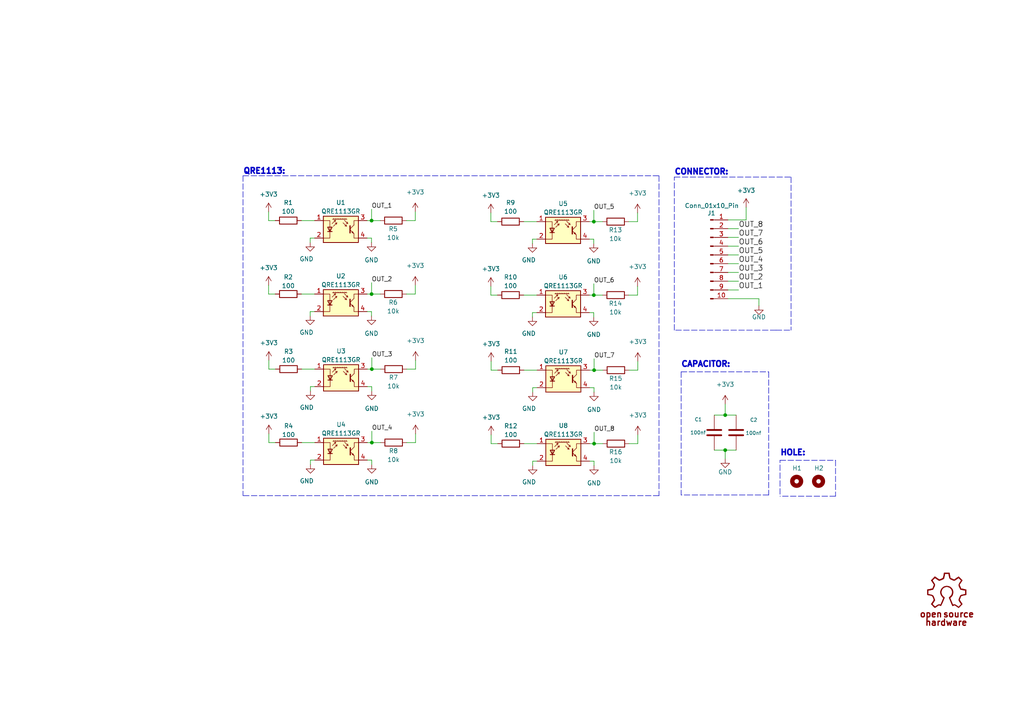
<source format=kicad_sch>
(kicad_sch (version 20230121) (generator eeschema)
  (paper "A4")
  (title_block (title "Line Sensors - QRE1113 x8") (date "2023-08-27") (rev "2.0") (comment 1 "Autor: Mauricio Falcon"))
  (lib_symbols
    (symbol "Connector:Conn_01x10_Pin" (pin_names (offset 1.016) hide)
      (property "Reference" "J" (at 0 12.7 0))
      (property "Value" "Conn_01x10_Pin" (at 0 -15.24 0))
      (symbol "Conn_01x10_Pin_1_1"
        (polyline (pts (xy 1.27 -12.7) (xy 0.8636 -12.7)) (stroke (width 0.1524)))
        (polyline (pts (xy 1.27 -10.16) (xy 0.8636 -10.16)) (stroke (width 0.1524)))
        (polyline (pts (xy 1.27 -7.62) (xy 0.8636 -7.62)) (stroke (width 0.1524)))
        (polyline (pts (xy 1.27 -5.08) (xy 0.8636 -5.08)) (stroke (width 0.1524)))
        (polyline (pts (xy 1.27 -2.54) (xy 0.8636 -2.54)) (stroke (width 0.1524)))
        (polyline (pts (xy 1.27 0) (xy 0.8636 0)) (stroke (width 0.1524)))
        (polyline (pts (xy 1.27 2.54) (xy 0.8636 2.54)) (stroke (width 0.1524)))
        (polyline (pts (xy 1.27 5.08) (xy 0.8636 5.08)) (stroke (width 0.1524)))
        (polyline (pts (xy 1.27 7.62) (xy 0.8636 7.62)) (stroke (width 0.1524)))
        (polyline (pts (xy 1.27 10.16) (xy 0.8636 10.16)) (stroke (width 0.1524)))
        (rectangle (start 0.8636 -12.573) (end 0 -12.827) (stroke (width 0.1524)) (fill (type outline)))
        (rectangle (start 0.8636 -10.033) (end 0 -10.287) (stroke (width 0.1524)) (fill (type outline)))
        (rectangle (start 0.8636 -7.493) (end 0 -7.747) (stroke (width 0.1524)) (fill (type outline)))
        (rectangle (start 0.8636 -4.953) (end 0 -5.207) (stroke (width 0.1524)) (fill (type outline)))
        (rectangle (start 0.8636 -2.413) (end 0 -2.667) (stroke (width 0.1524)) (fill (type outline)))
        (rectangle (start 0.8636 0.127) (end 0 -0.127) (stroke (width 0.1524)) (fill (type outline)))
        (rectangle (start 0.8636 2.667) (end 0 2.413) (stroke (width 0.1524)) (fill (type outline)))
        (rectangle (start 0.8636 5.207) (end 0 4.953) (stroke (width 0.1524)) (fill (type outline)))
        (rectangle (start 0.8636 7.747) (end 0 7.493) (stroke (width 0.1524)) (fill (type outline)))
        (rectangle (start 0.8636 10.287) (end 0 10.033) (stroke (width 0.1524)) (fill (type outline)))
        (pin passive line (at 5.08 10.16 180) (length 3.81) (name "Pin_1") (number "1"))
        (pin passive line (at 5.08 -12.7 180) (length 3.81) (name "Pin_10") (number "10"))
        (pin passive line (at 5.08 7.62 180) (length 3.81) (name "Pin_2") (number "2"))
        (pin passive line (at 5.08 5.08 180) (length 3.81) (name "Pin_3") (number "3"))
        (pin passive line (at 5.08 2.54 180) (length 3.81) (name "Pin_4") (number "4"))
        (pin passive line (at 5.08 0 180) (length 3.81) (name "Pin_5") (number "5"))
        (pin passive line (at 5.08 -2.54 180) (length 3.81) (name "Pin_6") (number "6"))
        (pin passive line (at 5.08 -5.08 180) (length 3.81) (name "Pin_7") (number "7"))
        (pin passive line (at 5.08 -7.62 180) (length 3.81) (name "Pin_8") (number "8"))
        (pin passive line (at 5.08 -10.16 180) (length 3.81) (name "Pin_9") (number "9"))
      )
    )
    (symbol "Device:R" (pin_numbers hide) (pin_names (offset 0))
      (property "Reference" "R" (at 2.032 0 90))
      (property "Value" "R" (at 0 0 90))
      (symbol "R_0_1"
        (rectangle (start -1.016 -2.54) (end 1.016 2.54) (stroke (width 0.254)))
      )
      (symbol "R_1_1"
        (pin passive line (at 0 3.81 270) (length 1.27) (name "~") (number "1"))
        (pin passive line (at 0 -3.81 90) (length 1.27) (name "~") (number "2"))
      )
    )
    (symbol "EESTN5-v2:OSHWA" (pin_names (offset 1.016))
      (symbol "OSHWA_0_0"
        (polyline (pts (xy 5.7912 2.667) (xy 5.5372 2.7178) (xy 5.4864 2.7432) (xy 5.4864 1.8796) (xy 5.4864 1.8288) (xy 5.4864 1.6002) (xy 5.4864 1.4732) (xy 5.4102 1.3716) (xy 5.2832 1.3208) (xy 5.0038 1.27) (xy 4.6228 1.1938) (xy 4.572 1.1684) (xy 4.318 1.1176) (xy 4.1656 1.0414) (xy 4.0386 0.889) (xy 3.937 0.6604) (xy 3.8354 0.4064) (xy 3.683 0.0762) (xy 3.6068 -0.1778) (xy 3.5814 -0.3556) (xy 3.6322 -0.5334) (xy 3.7592 -0.7366) (xy 3.9116 -0.9906) (xy 4.318 -1.5494) (xy 3.937 -1.9304) (xy 3.5814 -2.3114) (xy 3.048 -1.9558) (xy 2.794 -1.778) (xy 2.5654 -1.651) (xy 2.3876 -1.6256) (xy 2.2098 -1.6256) (xy 1.905 -1.6764) (xy 1.4986 -0.7112) (xy 1.1176 0.2286) (xy 1.397 0.508) (xy 1.5748 0.6604) (xy 1.8034 1.016) (xy 1.9304 1.397) (xy 1.9812 1.8542) (xy 1.9812 1.9304) (xy 1.9558 2.2606) (xy 1.905 2.54) (xy 1.7526 2.8194) (xy 1.4732 3.175) (xy 1.0668 3.5052) (xy 0.5842 3.683) (xy 0.1016 3.7338) (xy -0.4064 3.6576) (xy -0.889 3.429) (xy -1.2954 3.048) (xy -1.3462 2.9972) (xy -1.6256 2.5146) (xy -1.7526 2.0066) (xy -1.7018 1.4986) (xy -1.4986 0.9906) (xy -1.143 0.508) (xy -0.8636 0.2032) (xy -1.2446 -0.7366) (xy -1.651 -1.6764) (xy -1.9558 -1.6256) (xy -2.1082 -1.6256) (xy -2.286 -1.651) (xy -2.4892 -1.7526) (xy -2.7686 -1.9304) (xy -3.2766 -2.2606) (xy -3.6576 -1.905) (xy -4.0132 -1.524) (xy -3.6322 -0.9652) (xy -3.2766 -0.4064) (xy -3.429 0.0254) (xy -3.4544 0.1016) (xy -3.6068 0.508) (xy -3.7338 0.7874) (xy -3.8862 0.9906) (xy -4.0894 1.0922) (xy -4.3688 1.1938) (xy -4.7752 1.27) (xy -5.2578 1.3716) (xy -5.2324 1.905) (xy -5.207 2.413) (xy -4.5212 2.54) (xy -3.8608 2.667) (xy -3.5814 3.2512) (xy -3.556 3.302) (xy -3.4036 3.6068) (xy -3.3274 3.8862) (xy -3.2766 4.0386) (xy -3.3274 4.2164) (xy -3.4544 4.445) (xy -3.6322 4.7244) (xy -3.6576 4.7498) (xy -3.81 5.0292) (xy -3.937 5.207) (xy -3.9878 5.3086) (xy -3.9878 5.334) (xy -3.8862 5.461) (xy -3.7338 5.6388) (xy -3.5306 5.8166) (xy -3.3782 5.969) (xy -3.2766 6.0198) (xy -3.1496 5.9436) (xy -2.9464 5.8166) (xy -2.6924 5.6388) (xy -2.6162 5.588) (xy -2.3622 5.4102) (xy -2.159 5.3086) (xy -2.032 5.2578) (xy -1.8796 5.3086) (xy -1.6256 5.3848) (xy -1.3208 5.5118) (xy -1.2446 5.5372) (xy -0.9144 5.6896) (xy -0.7112 5.842) (xy -0.635 5.969) (xy -0.6096 6.096) (xy -0.5588 6.3754) (xy -0.4826 6.6802) (xy -0.381 7.239) (xy 0.127 7.239) (xy 0.635 7.239) (xy 0.7366 6.731) (xy 0.7874 6.477) (xy 0.8636 6.1722) (xy 0.9398 5.9436) (xy 1.0414 5.8166) (xy 1.1684 5.715) (xy 1.3462 5.6134) (xy 1.4478 5.5626) (xy 1.778 5.4356) (xy 2.032 5.334) (xy 2.1844 5.2832) (xy 2.3114 5.2832) (xy 2.4638 5.334) (xy 2.667 5.4356) (xy 2.9464 5.6388) (xy 3.556 6.0452) (xy 3.937 5.6896) (xy 4.2926 5.3086) (xy 3.9116 4.7498) (xy 3.8354 4.6228) (xy 3.683 4.318) (xy 3.5814 4.0894) (xy 3.6068 3.8354) (xy 3.683 3.5306) (xy 3.8862 3.1496) (xy 4.1148 2.667) (xy 4.7752 2.54) (xy 5.461 2.413) (xy 5.4864 1.8796) (xy 5.4864 2.7432) (xy 5.4102 2.7432) (xy 5.1054 2.8194) (xy 4.8006 2.8956) (xy 4.2926 2.9718) (xy 4.064 3.5306) (xy 3.81 4.0894) (xy 4.2418 4.7244) (xy 4.6736 5.3594) (xy 4.1148 5.9182) (xy 3.5814 6.4516) (xy 2.921 6.0198) (xy 2.286 5.5626) (xy 1.7526 5.7912) (xy 1.1938 6.0452) (xy 1.0922 6.5532) (xy 1.0668 6.8072) (xy 0.9906 7.0866) (xy 0.9652 7.3152) (xy 0.9144 7.5438) (xy 0.127 7.5438) (xy -0.6604 7.5438) (xy -0.762 6.9342) (xy -0.8128 6.6802) (xy -0.889 6.35) (xy -0.9652 6.1214) (xy -1.0922 5.9944) (xy -1.27 5.8928) (xy -1.524 5.7658) (xy -2.032 5.588) (xy -2.667 6.0198) (xy -3.3274 6.477) (xy -3.8608 5.9182) (xy -4.4196 5.3594) (xy -3.9878 4.7244) (xy -3.556 4.0894) (xy -3.7846 3.556) (xy -3.7846 3.5306) (xy -3.8862 3.2766) (xy -3.9878 3.0734) (xy -4.0132 2.9972) (xy -4.0386 2.9718) (xy -4.191 2.9464) (xy -4.445 2.8956) (xy -4.7752 2.8194) (xy -5.5118 2.6924) (xy -5.5118 1.905) (xy -5.5118 1.143) (xy -4.9022 1.016) (xy -4.8768 1.016) (xy -4.5466 0.9652) (xy -4.2926 0.889) (xy -4.1402 0.8382) (xy -4.1148 0.8128) (xy -4.0132 0.6604) (xy -3.8862 0.4318) (xy -3.7592 0.1524) (xy -3.683 -0.1016) (xy -3.6576 -0.3048) (xy -3.7084 -0.4572) (xy -3.8608 -0.6858) (xy -4.0386 -0.9652) (xy -4.4196 -1.524) (xy -3.8862 -2.0828) (xy -3.7846 -2.2098) (xy -3.556 -2.413) (xy -3.3782 -2.5654) (xy -3.3274 -2.6162) (xy -3.302 -2.6162) (xy -3.2004 -2.54) (xy -2.9972 -2.413) (xy -2.7178 -2.2352) (xy -2.5654 -2.1082) (xy -2.3368 -1.9558) (xy -2.1844 -1.905) (xy -2.0574 -1.905) (xy -1.905 -1.9304) (xy -1.7018 -2.0066) (xy -1.5748 -2.0574) (xy -1.5494 -2.032) (xy -1.4732 -1.8796) (xy -1.3462 -1.6256) (xy -1.1684 -1.27) (xy -0.9906 -0.8636) (xy -0.4826 0.3556) (xy -0.8382 0.6604) (xy -1.016 0.8128) (xy -1.27 1.2192) (xy -1.4224 1.651) (xy -1.4224 2.1082) (xy -1.2954 2.5146) (xy -1.0922 2.8956) (xy -0.762 3.2004) (xy -0.3556 3.4036) (xy 0.1524 3.4798) (xy 0.4826 3.429) (xy 0.9144 3.2766) (xy 1.27 2.9718) (xy 1.5494 2.5908) (xy 1.6764 2.159) (xy 1.6764 1.8288) (xy 1.6256 1.4478) (xy 1.4732 1.0922) (xy 1.1684 0.762) (xy 0.762 0.3556) (xy 1.2446 -0.8128) (xy 1.3208 -1.016) (xy 1.4732 -1.397) (xy 1.6256 -1.7272) (xy 1.7272 -1.9558) (xy 1.778 -2.0574) (xy 1.8796 -2.0828) (xy 2.032 -2.0066) (xy 2.1844 -1.905) (xy 2.3114 -1.8796) (xy 2.4892 -1.905) (xy 2.7178 -2.032) (xy 3.0226 -2.2352) (xy 3.5814 -2.6416) (xy 4.1402 -2.0828) (xy 4.6736 -1.524) (xy 4.2926 -0.9652) (xy 4.2164 -0.8636) (xy 4.064 -0.6096) (xy 3.937 -0.381) (xy 3.8862 -0.2794) (xy 3.8862 -0.254) (xy 3.937 -0.0762) (xy 4.0386 0.1778) (xy 4.1402 0.4572) (xy 4.2418 0.6858) (xy 4.318 0.7874) (xy 4.3434 0.8128) (xy 4.4958 0.8636) (xy 4.7498 0.9398) (xy 5.08 1.016) (xy 5.7912 1.143) (xy 5.7912 1.905) (xy 5.7912 2.667) (xy 5.7912 2.667)) (stroke (width 0.0254)) (fill (type outline)))
        (text "hardware" (at -0.0254 -6.858 0) (effects (font (size 1.778 1.778) bold)))
        (text "open" (at -4.445 -4.445 0) (effects (font (size 1.778 1.778) bold)))
        (text "source" (at 3.556 -4.445 0) (effects (font (size 1.778 1.778) bold)))
      )
    )
    (symbol "Mechanical:MountingHole" (pin_names (offset 1.016))
      (property "Reference" "H" (at 0 5.08 0))
      (property "Value" "MountingHole" (at 0 3.175 0))
      (symbol "MountingHole_0_1"
        (circle (center 0 0) (radius 1.27) (stroke (width 1.27)))
      )
    )
    (symbol "Sensor_Linea_Bonaerenses-rescue:C" (pin_numbers hide) (pin_names (offset 0.254))
      (property "Reference" "C" (at 0 2.54 0))
      (property "Value" "C" (at 0.1524 -2.159 0))
      (symbol "C_0_1"
        (polyline (pts (xy -2.032 -0.762) (xy 2.032 -0.762)) (stroke (width 0.508)))
        (polyline (pts (xy -2.032 0.762) (xy 2.032 0.762)) (stroke (width 0.508)))
      )
      (symbol "C_1_1"
        (pin passive line (at 0 5.08 270) (length 4.318) (name "~") (number "1"))
        (pin passive line (at 0 -5.08 90) (length 4.318) (name "~") (number "2"))
      )
    )
    (symbol "Sensor_Proximity:QRE1113GR" (pin_names (offset 0.0254) hide)
      (property "Reference" "U" (at -3.81 5.08 0))
      (property "Value" "QRE1113GR" (at 11.43 5.08 0))
      (symbol "QRE1113GR_0_1"
        (polyline (pts (xy -3.81 -0.635) (xy -2.54 -0.635)) (stroke (width 0.254)))
        (polyline (pts (xy -2.286 2.921) (xy -2.032 3.175)))
        (polyline (pts (xy -1.778 2.921) (xy -1.524 3.175)))
        (polyline (pts (xy -1.524 2.667) (xy -1.651 2.159)))
        (polyline (pts (xy -1.27 2.921) (xy -1.016 3.175)))
        (polyline (pts (xy -1.143 1.905) (xy -1.27 1.397)))
        (polyline (pts (xy -0.762 2.921) (xy -0.508 3.175)))
        (polyline (pts (xy -0.254 2.921) (xy 0 3.175)))
        (polyline (pts (xy 0.254 2.921) (xy 0.508 3.175)))
        (polyline (pts (xy 0.762 2.921) (xy 1.016 3.175)))
        (polyline (pts (xy 1.27 2.921) (xy 1.524 3.175)))
        (polyline (pts (xy 1.651 0.889) (xy 1.143 1.016)))
        (polyline (pts (xy 1.778 2.921) (xy -2.413 2.921)))
        (polyline (pts (xy 2.032 1.651) (xy 1.524 1.778)))
        (polyline (pts (xy 2.667 -0.127) (xy 3.81 -1.27)))
        (polyline (pts (xy 2.667 0.127) (xy 3.81 1.27)))
        (polyline (pts (xy -2.54 1.651) (xy -1.524 2.667) (xy -2.032 2.54)))
        (polyline (pts (xy -2.159 0.889) (xy -1.143 1.905) (xy -1.651 1.778)))
        (polyline (pts (xy 0.635 1.905) (xy 1.651 0.889) (xy 1.524 1.397)))
        (polyline (pts (xy 1.016 2.667) (xy 2.032 1.651) (xy 1.905 2.159)))
        (polyline (pts (xy 2.667 1.016) (xy 2.667 -1.016) (xy 2.667 -1.016)) (stroke (width 0.3556)))
        (polyline (pts (xy 3.81 -1.27) (xy 3.81 -2.54) (xy 5.08 -2.54)))
        (polyline (pts (xy 3.81 1.27) (xy 3.81 2.54) (xy 5.08 2.54)))
        (polyline (pts (xy -5.08 -2.54) (xy -3.175 -2.54) (xy -3.175 2.54) (xy -5.08 2.54)))
        (polyline (pts (xy -3.175 -0.635) (xy -3.81 0.635) (xy -2.54 0.635) (xy -3.175 -0.635)) (stroke (width 0.254)))
        (polyline (pts (xy 3.683 -1.143) (xy 3.429 -0.635) (xy 3.175 -0.889) (xy 3.683 -1.143)))
        (polyline (pts (xy -5.08 -3.81) (xy 5.08 -3.81) (xy 5.08 3.81) (xy -5.08 3.81) (xy -5.08 -3.81)) (stroke (width 0.254)) (fill (type background)))
      )
      (symbol "QRE1113GR_1_1"
        (pin passive line (at -7.62 2.54 0) (length 2.54) (name "A") (number "1"))
        (pin passive line (at -7.62 -2.54 0) (length 2.54) (name "K") (number "2"))
        (pin open_collector line (at 7.62 2.54 180) (length 2.54) (name "~") (number "3"))
        (pin open_emitter line (at 7.62 -2.54 180) (length 2.54) (name "~") (number "4"))
      )
    )
    (symbol "power:+3V3" (power) (pin_names (offset 0))
      (property "Value" "+3V3" (at 0 3.556 0))
      (symbol "+3V3_0_1"
        (polyline (pts (xy -0.762 1.27) (xy 0 2.54)))
        (polyline (pts (xy 0 0) (xy 0 2.54)))
        (polyline (pts (xy 0 2.54) (xy 0.762 1.27)))
      )
      (symbol "+3V3_1_1"
        (pin power_in line (at 0 0 90) (length 0) hide (name "+3V3") (number "1"))
      )
    )
    (symbol "power:GND" (power) (pin_names (offset 0))
      (property "Value" "GND" (at 0 -3.81 0))
      (symbol "GND_0_1"
        (polyline (pts (xy 0 0) (xy 0 -1.27) (xy 1.27 -1.27) (xy 0 -2.54) (xy -1.27 -1.27) (xy 0 -1.27)))
      )
      (symbol "GND_1_1"
        (pin power_in line (at 0 0 270) (length 0) hide (name "GND") (number "1"))
      )
    )
  )
  (junction (at 172.2374 85.598))
  (junction (at 172.2374 64.2874))
  (junction (at 107.8484 128.3716))
  (junction (at 172.3136 128.6764))
  (junction (at 107.7722 63.9826))
  (junction (at 172.3136 107.3658))
  (junction (at 107.7722 85.2932))
  (junction (at 210.3374 130.556))
  (junction (at 210.3374 120.396))
  (junction (at 107.8484 107.061))
  (wire (pts (xy 171.0182 128.6764) (xy 172.3136 128.6764)))
  (wire (pts (xy 142.4432 107.3658) (xy 142.4432 104.8258)))
  (wire (pts (xy 214.2236 81.5594) (xy 211.1248 81.5594)))
  (wire (pts (xy 107.8484 128.3716) (xy 110.363 128.3716)))
  (wire (pts (xy 107.7722 85.2932) (xy 110.2868 85.2932)))
  (wire (pts (xy 120.523 125.8316) (xy 120.523 128.3716)))
  (wire (pts (xy 87.4268 85.2932) (xy 91.2368 85.2932)))
  (wire (pts (xy 89.9668 90.3732) (xy 89.9668 91.6432)))
  (wire (pts (xy 120.4468 61.4426) (xy 120.4468 63.9826)))
  (wire (pts (xy 151.892 85.598) (xy 155.702 85.598)))
  (polyline (pts (xy 242.3414 143.9164) (xy 226.2378 143.9164)) (stroke (width 0) (type dash)))
  (wire (pts (xy 155.7782 112.4458) (xy 154.5082 112.4458)))
  (wire (pts (xy 79.8068 85.2932) (xy 77.9018 85.2932)))
  (wire (pts (xy 77.978 107.061) (xy 77.978 104.521)))
  (wire (pts (xy 120.4468 85.2932) (xy 117.9068 85.2932)))
  (wire (pts (xy 155.7782 133.7564) (xy 154.5082 133.7564)))
  (polyline (pts (xy 242.3414 133.5024) (xy 242.3414 143.9164)) (stroke (width 0) (type dash)))
  (polyline (pts (xy 197.5612 107.8484) (xy 222.9612 107.8484)) (stroke (width 0) (type dash)))
  (wire (pts (xy 207.1624 130.556) (xy 210.3374 130.556)))
  (wire (pts (xy 210.3374 120.396) (xy 213.5124 120.396)))
  (wire (pts (xy 151.9682 128.6764) (xy 155.7782 128.6764)))
  (polyline (pts (xy 222.9612 143.5608) (xy 197.5612 143.5608)) (stroke (width 0) (type dash)))
  (wire (pts (xy 107.8484 125.0696) (xy 107.8484 128.3716)))
  (wire (pts (xy 210.3374 130.556) (xy 213.5124 130.556)))
  (wire (pts (xy 142.4432 128.6764) (xy 142.4432 126.1364)))
  (wire (pts (xy 184.9882 107.3658) (xy 182.4482 107.3658)))
  (wire (pts (xy 144.3482 128.6764) (xy 142.4432 128.6764)))
  (wire (pts (xy 172.2882 112.4458) (xy 172.2882 113.7158)))
  (wire (pts (xy 216.408 63.7794) (xy 211.1248 63.7794)))
  (wire (pts (xy 120.4468 82.7532) (xy 120.4468 85.2932)))
  (wire (pts (xy 170.942 85.598) (xy 172.2374 85.598)))
  (wire (pts (xy 144.272 64.2874) (xy 142.367 64.2874)))
  (wire (pts (xy 155.702 90.678) (xy 154.432 90.678)))
  (wire (pts (xy 211.1248 71.3994) (xy 214.2236 71.3994)))
  (wire (pts (xy 107.823 133.4516) (xy 107.823 134.7216)))
  (wire (pts (xy 170.942 69.3674) (xy 172.212 69.3674)))
  (wire (pts (xy 120.523 107.061) (xy 117.983 107.061)))
  (wire (pts (xy 79.8068 63.9826) (xy 77.9018 63.9826)))
  (wire (pts (xy 155.702 69.3674) (xy 154.432 69.3674)))
  (polyline (pts (xy 225.0948 95.758) (xy 229.4382 95.758)) (stroke (width 0) (type dash)))
  (wire (pts (xy 151.892 64.2874) (xy 155.702 64.2874)))
  (polyline (pts (xy 229.4382 51.3588) (xy 229.4382 95.758)) (stroke (width 0) (type dash)))
  (wire (pts (xy 184.9882 128.6764) (xy 182.4482 128.6764)))
  (wire (pts (xy 91.313 133.4516) (xy 90.043 133.4516)))
  (wire (pts (xy 106.4768 85.2932) (xy 107.7722 85.2932)))
  (wire (pts (xy 171.0182 112.4458) (xy 172.2882 112.4458)))
  (polyline (pts (xy 226.2378 133.5024) (xy 242.3414 133.5024)) (stroke (width 0) (type dash)))
  (wire (pts (xy 220.1164 88.6714) (xy 220.1164 86.6394)))
  (wire (pts (xy 154.432 90.678) (xy 154.432 91.948)))
  (wire (pts (xy 184.9882 126.1364) (xy 184.9882 128.6764)))
  (wire (pts (xy 172.3136 107.3658) (xy 174.8282 107.3658)))
  (wire (pts (xy 87.4268 63.9826) (xy 91.2368 63.9826)))
  (wire (pts (xy 184.912 61.7474) (xy 184.912 64.2874)))
  (polyline (pts (xy 195.58 51.3588) (xy 229.4382 51.3588)) (stroke (width 0) (type dash)))
  (polyline (pts (xy 195.58 95.758) (xy 195.58 51.3588)) (stroke (width 0) (type dash)))
  (wire (pts (xy 107.8484 103.759) (xy 107.8484 107.061)))
  (wire (pts (xy 214.2236 79.0194) (xy 211.1248 79.0194)))
  (polyline (pts (xy 226.2378 143.3576) (xy 226.2378 133.5024)) (stroke (width 0) (type dash)))
  (wire (pts (xy 172.2374 85.598) (xy 174.752 85.598)))
  (wire (pts (xy 106.553 107.061) (xy 107.8484 107.061)))
  (wire (pts (xy 77.978 128.3716) (xy 77.978 125.8316)))
  (wire (pts (xy 106.4768 90.3732) (xy 107.7468 90.3732)))
  (wire (pts (xy 211.1248 66.3194) (xy 214.2236 66.3194)))
  (wire (pts (xy 107.7468 90.3732) (xy 107.7468 91.6432)))
  (wire (pts (xy 172.3136 125.3744) (xy 172.3136 128.6764)))
  (wire (pts (xy 172.212 69.3674) (xy 172.212 70.6374)))
  (wire (pts (xy 172.2374 82.296) (xy 172.2374 85.598)))
  (wire (pts (xy 154.432 69.3674) (xy 154.432 70.6374)))
  (wire (pts (xy 210.3374 120.396) (xy 210.3374 117.221)))
  (wire (pts (xy 214.2236 84.0994) (xy 211.1248 84.0994)))
  (wire (pts (xy 120.523 128.3716) (xy 117.983 128.3716)))
  (wire (pts (xy 172.2882 133.7564) (xy 172.2882 135.0264)))
  (wire (pts (xy 87.503 107.061) (xy 91.313 107.061)))
  (wire (pts (xy 154.5082 112.4458) (xy 154.5082 113.7158)))
  (wire (pts (xy 91.313 112.141) (xy 90.043 112.141)))
  (wire (pts (xy 211.1248 68.8594) (xy 214.2236 68.8594)))
  (wire (pts (xy 170.942 64.2874) (xy 172.2374 64.2874)))
  (wire (pts (xy 170.942 90.678) (xy 172.212 90.678)))
  (wire (pts (xy 107.7722 63.9826) (xy 110.2868 63.9826)))
  (wire (pts (xy 207.1624 120.396) (xy 210.3374 120.396)))
  (wire (pts (xy 216.408 60.1472) (xy 216.408 63.7794)))
  (wire (pts (xy 172.212 90.678) (xy 172.212 91.948)))
  (wire (pts (xy 120.523 104.521) (xy 120.523 107.061)))
  (wire (pts (xy 172.2374 64.2874) (xy 174.752 64.2874)))
  (polyline (pts (xy 70.5104 50.9778) (xy 191.135 50.9778)) (stroke (width 0) (type dash)))
  (wire (pts (xy 144.272 85.598) (xy 142.367 85.598)))
  (wire (pts (xy 172.3136 104.0638) (xy 172.3136 107.3658)))
  (wire (pts (xy 89.9668 69.0626) (xy 89.9668 70.3326)))
  (wire (pts (xy 184.912 83.058) (xy 184.912 85.598)))
  (wire (pts (xy 107.7722 81.9912) (xy 107.7722 85.2932)))
  (wire (pts (xy 144.3482 107.3658) (xy 142.4432 107.3658)))
  (wire (pts (xy 172.3136 128.6764) (xy 174.8282 128.6764)))
  (wire (pts (xy 184.9882 104.8258) (xy 184.9882 107.3658)))
  (wire (pts (xy 77.9018 63.9826) (xy 77.9018 61.4426)))
  (wire (pts (xy 214.2236 76.4794) (xy 211.1248 76.4794)))
  (wire (pts (xy 210.3374 130.556) (xy 210.3374 133.096)))
  (wire (pts (xy 211.1248 73.9394) (xy 214.2236 73.9394)))
  (wire (pts (xy 106.553 133.4516) (xy 107.823 133.4516)))
  (wire (pts (xy 211.1248 86.6394) (xy 220.1164 86.6394)))
  (wire (pts (xy 106.553 128.3716) (xy 107.8484 128.3716)))
  (wire (pts (xy 79.883 107.061) (xy 77.978 107.061)))
  (wire (pts (xy 91.2368 69.0626) (xy 89.9668 69.0626)))
  (polyline (pts (xy 222.9612 107.8484) (xy 222.9612 143.5608)) (stroke (width 0) (type dash)))
  (wire (pts (xy 184.912 85.598) (xy 182.372 85.598)))
  (wire (pts (xy 120.4468 63.9826) (xy 117.9068 63.9826)))
  (polyline (pts (xy 191.135 50.9778) (xy 191.135 143.764)) (stroke (width 0) (type dash)))
  (wire (pts (xy 106.4768 69.0626) (xy 107.7468 69.0626)))
  (wire (pts (xy 106.553 112.141) (xy 107.823 112.141)))
  (wire (pts (xy 106.4768 63.9826) (xy 107.7722 63.9826)))
  (wire (pts (xy 171.0182 107.3658) (xy 172.3136 107.3658)))
  (wire (pts (xy 91.2368 90.3732) (xy 89.9668 90.3732)))
  (polyline (pts (xy 191.135 143.764) (xy 70.485 143.764)) (stroke (width 0) (type dash)))
  (wire (pts (xy 77.9018 85.2932) (xy 77.9018 82.7532)))
  (wire (pts (xy 107.7468 69.0626) (xy 107.7468 70.3326)))
  (polyline (pts (xy 70.485 50.9778) (xy 70.485 143.764)) (stroke (width 0) (type dash)))
  (wire (pts (xy 107.7722 60.6806) (xy 107.7722 63.9826)))
  (polyline (pts (xy 197.5612 107.8484) (xy 197.5612 143.5608)) (stroke (width 0) (type dash)))
  (wire (pts (xy 151.9682 107.3658) (xy 155.7782 107.3658)))
  (wire (pts (xy 172.2374 60.9854) (xy 172.2374 64.2874)))
  (polyline (pts (xy 225.0694 95.758) (xy 195.58 95.758)) (stroke (width 0) (type dash)))
  (wire (pts (xy 79.883 128.3716) (xy 77.978 128.3716)))
  (wire (pts (xy 154.5082 133.7564) (xy 154.5082 135.0264)))
  (wire (pts (xy 87.503 128.3716) (xy 91.313 128.3716)))
  (wire (pts (xy 90.043 112.141) (xy 90.043 113.411)))
  (wire (pts (xy 107.823 112.141) (xy 107.823 113.411)))
  (wire (pts (xy 171.0182 133.7564) (xy 172.2882 133.7564)))
  (wire (pts (xy 142.367 64.2874) (xy 142.367 61.7474)))
  (wire (pts (xy 90.043 133.4516) (xy 90.043 134.7216)))
  (wire (pts (xy 184.912 64.2874) (xy 182.372 64.2874)))
  (wire (pts (xy 107.8484 107.061) (xy 110.363 107.061)))
  (wire (pts (xy 142.367 85.598) (xy 142.367 83.058)))
  (text "QRE1113:" (at 70.4596 50.7238 0) (effects (font (size 1.651 1.651) (thickness 0.6096) bold) (justify left bottom)))
  (text "CAPACITOR:" (at 197.4596 106.7308 0) (effects (font (size 1.651 1.651) (thickness 0.6096) bold) (justify left bottom)))
  (text "CONNECTOR:\n" (at 195.5038 50.927 0) (effects (font (size 1.651 1.651) (thickness 0.6096) bold) (justify left bottom)))
  (text "HOLE:" (at 226.187 132.3848 0) (effects (font (size 1.651 1.651) (thickness 0.6096) bold) (justify left bottom)))
  (label "OUT_8" (at 214.2236 66.3194 0) (effects (font (size 1.524 1.524))))
  (label "OUT_5" (at 172.2374 60.9854 0))
  (label "OUT_4" (at 214.2236 76.4794 0) (effects (font (size 1.524 1.524))))
  (label "OUT_3" (at 107.8484 103.759 0))
  (label "OUT_4" (at 107.8484 125.0696 0))
  (label "OUT_5" (at 214.2236 73.9394 0) (effects (font (size 1.524 1.524))))
  (label "OUT_2" (at 107.7722 81.9912 0))
  (label "OUT_3" (at 214.2236 79.0194 0) (effects (font (size 1.524 1.524))))
  (label "OUT_8" (at 172.3136 125.3744 0))
  (label "OUT_6" (at 214.2236 71.3994 0) (effects (font (size 1.524 1.524))))
  (label "OUT_6" (at 172.2374 82.296 0))
  (label "OUT_2" (at 214.2236 81.5594 0) (effects (font (size 1.524 1.524))))
  (label "OUT_1" (at 214.2236 84.0994 0) (effects (font (size 1.524 1.524))))
  (label "OUT_7" (at 172.3136 104.0638 0))
  (label "OUT_7" (at 214.2236 68.8594 0) (effects (font (size 1.524 1.524))))
  (label "OUT_1" (at 107.7722 60.6806 0))
  (symbol (lib_id "power:+3V3") (at 184.912 83.058 0) (unit 1)
    (property "Reference" "#PWR030" (effects hide))
    (property "Value" "+3V3" (at 184.912 77.343 0))
  )
  (symbol (lib_id "power:+3V3") (at 120.4468 61.4426 0) (unit 1)
    (property "Reference" "#PWR013" (effects hide))
    (property "Value" "+3V3" (at 120.4468 55.7276 0))
  )
  (symbol (lib_id "power:GND") (at 220.1164 88.6714 0) (mirror y) (unit 1)
    (property "Reference" "#PWR036" (effects hide))
    (property "Value" "GND" (at 220.1164 91.948 0))
  )
  (symbol (lib_id "power:GND") (at 154.432 91.948 0) (unit 1)
    (property "Reference" "#PWR022" (effects hide))
    (property "Value" "GND" (at 153.3652 96.7232 0))
  )
  (symbol (lib_id "Device:R") (at 114.0968 63.9826 90) (unit 1)
    (property "Reference" "R5" (at 114.046 66.3956 90))
    (property "Value" "10k" (at 114.046 68.9356 90))
    (property "Footprint" "EESTN5-v2:R_0805" (effects hide))
  )
  (symbol (lib_id "Device:R") (at 83.693 107.061 90) (unit 1)
    (property "Reference" "R3" (at 83.693 101.9556 90))
    (property "Value" "100" (at 83.693 104.4956 90))
    (property "Footprint" "EESTN5-v2:R_0805" (effects hide))
  )
  (symbol (lib_id "Mechanical:MountingHole") (at 237.4138 139.5984 0) (unit 1)
    (property "Reference" "H2" (at 236.1438 135.7884 0) (effects (justify left)))
    (property "Value" "HOLE" (effects hide))
    (property "Footprint" "EESTN5-v2:Separador_M3_5mm" (effects hide))
  )
  (symbol (lib_id "Sensor_Linea_Bonaerenses-rescue:C") (at 207.1624 125.476 0) (unit 1)
    (property "Reference" "C1" (at 201.4474 121.666 0) (effects (font (size 1.016 1.016)) (justify left)))
    (property "Value" "100nf" (at 200.1774 125.476 0) (effects (font (size 1.016 1.016)) (justify left)))
    (property "Footprint" "Capacitor_SMD:C_0805_2012Metric_Pad1.18x1.45mm_HandSolder" (effects hide))
  )
  (symbol (lib_id "Device:R") (at 178.562 85.598 90) (unit 1)
    (property "Reference" "R14" (at 178.5112 88.011 90))
    (property "Value" "10k" (at 178.5112 90.551 90))
    (property "Footprint" "EESTN5-v2:R_0805" (effects hide))
  )
  (symbol (lib_id "Device:R") (at 83.6168 85.2932 90) (unit 1)
    (property "Reference" "R2" (at 83.6168 80.3656 90))
    (property "Value" "100" (at 83.6168 82.9056 90))
    (property "Footprint" "EESTN5-v2:R_0805" (effects hide))
  )
  (symbol (lib_id "Connector:Conn_01x10_Pin") (at 206.0448 73.9394 0) (unit 1)
    (property "Reference" "J1" (at 206.3496 61.8236 0))
    (property "Value" "Conn_01x10_Pin" (at 206.4512 59.6646 0))
    (property "Footprint" "Connector_PinHeader_2.54mm:PinHeader_1x10_P2.54mm_Vertical" (effects hide))
  )
  (symbol (lib_id "power:GND") (at 107.823 134.7216 0) (unit 1)
    (property "Reference" "#PWR012" (effects hide))
    (property "Value" "GND" (at 107.823 139.8016 0))
  )
  (symbol (lib_id "power:GND") (at 90.043 113.411 0) (unit 1)
    (property "Reference" "#PWR07" (effects hide))
    (property "Value" "GND" (at 88.9762 118.1862 0))
  )
  (symbol (lib_id "power:+3V3") (at 210.3374 117.221 0) (unit 1)
    (property "Reference" "#PWR033" (effects hide))
    (property "Value" "+3V3" (at 210.3374 111.506 0))
  )
  (symbol (lib_id "power:GND") (at 210.3374 133.096 0) (unit 1)
    (property "Reference" "#PWR034" (effects hide))
    (property "Value" "GND" (at 210.3374 136.906 0))
  )
  (symbol (lib_id "Device:R") (at 178.6382 107.3658 90) (unit 1)
    (property "Reference" "R15" (at 178.5874 109.7788 90))
    (property "Value" "10k" (at 178.5874 112.3188 90))
    (property "Footprint" "EESTN5-v2:R_0805" (effects hide))
  )
  (symbol (lib_id "Device:R") (at 148.1582 107.3658 90) (unit 1)
    (property "Reference" "R11" (at 148.1582 101.9556 90))
    (property "Value" "100" (at 148.1582 104.4956 90))
    (property "Footprint" "EESTN5-v2:R_0805" (effects hide))
  )
  (symbol (lib_id "Mechanical:MountingHole") (at 231.0638 139.5984 0) (unit 1)
    (property "Reference" "H1" (at 229.7938 135.7884 0) (effects (justify left)))
    (property "Value" "HOLE" (effects hide))
    (property "Footprint" "EESTN5-v2:Separador_M3_5mm" (effects hide))
  )
  (symbol (lib_id "power:GND") (at 172.212 70.6374 0) (unit 1)
    (property "Reference" "#PWR025" (effects hide))
    (property "Value" "GND" (at 172.212 75.7174 0))
  )
  (symbol (lib_id "power:GND") (at 172.2882 113.7158 0) (unit 1)
    (property "Reference" "#PWR027" (effects hide))
    (property "Value" "GND" (at 172.2882 118.7958 0))
  )
  (symbol (lib_id "Device:R") (at 83.6168 63.9826 90) (unit 1)
    (property "Reference" "R1" (at 83.6168 58.7756 90))
    (property "Value" "100" (at 83.6168 61.3156 90))
    (property "Footprint" "EESTN5-v2:R_0805" (effects hide))
  )
  (symbol (lib_id "Device:R") (at 114.173 107.061 90) (unit 1)
    (property "Reference" "R7" (at 114.1222 109.474 90))
    (property "Value" "10k" (at 114.1222 112.014 90))
    (property "Footprint" "EESTN5-v2:R_0805" (effects hide))
  )
  (symbol (lib_id "Device:R") (at 148.082 64.2874 90) (unit 1)
    (property "Reference" "R9" (at 148.082 58.7756 90))
    (property "Value" "100" (at 148.082 61.3156 90))
    (property "Footprint" "EESTN5-v2:R_0805" (effects hide))
  )
  (symbol (lib_id "EESTN5-v2:OSHWA") (at 274.4724 173.6852 0) (unit 1)
    (property "Reference" "#G1" (effects hide))
    (property "Value" "OSHWA" (effects hide))
  )
  (symbol (lib_id "power:GND") (at 89.9668 91.6432 0) (unit 1)
    (property "Reference" "#PWR06" (effects hide))
    (property "Value" "GND" (at 88.9 96.4184 0))
  )
  (symbol (lib_id "power:GND") (at 172.212 91.948 0) (unit 1)
    (property "Reference" "#PWR026" (effects hide))
    (property "Value" "GND" (at 172.212 97.028 0))
  )
  (symbol (lib_id "power:+3V3") (at 142.4432 104.8258 0) (unit 1)
    (property "Reference" "#PWR019" (effects hide))
    (property "Value" "+3V3" (at 142.4432 99.7458 0))
  )
  (symbol (lib_id "Sensor_Proximity:QRE1113GR") (at 98.8568 66.5226 0) (unit 1)
    (property "Reference" "U1" (at 98.8568 58.7502 0))
    (property "Value" "QRE1113GR" (at 98.8568 61.2902 0))
    (property "Footprint" "OptoDevice:OnSemi_CASE100CY" (effects hide))
    (property "Datasheet" "http://www.onsemi.com/pub/Collateral/QRE1113-D.PDF" (effects hide))
  )
  (symbol (lib_id "Sensor_Proximity:QRE1113GR") (at 163.322 66.8274 0) (unit 1)
    (property "Reference" "U5" (at 163.322 59.055 0))
    (property "Value" "QRE1113GR" (at 163.322 61.595 0))
    (property "Footprint" "OptoDevice:OnSemi_CASE100CY" (effects hide))
    (property "Datasheet" "http://www.onsemi.com/pub/Collateral/QRE1113-D.PDF" (effects hide))
  )
  (symbol (lib_id "power:+3V3") (at 142.367 61.7474 0) (unit 1)
    (property "Reference" "#PWR017" (effects hide))
    (property "Value" "+3V3" (at 142.367 56.6674 0))
  )
  (symbol (lib_id "power:+3V3") (at 216.408 60.1472 0) (unit 1)
    (property "Reference" "#PWR035" (effects hide))
    (property "Value" "+3V3" (at 216.408 55.245 0))
  )
  (symbol (lib_id "power:+3V3") (at 142.4432 126.1364 0) (unit 1)
    (property "Reference" "#PWR020" (effects hide))
    (property "Value" "+3V3" (at 142.4432 121.0564 0))
  )
  (symbol (lib_id "Sensor_Proximity:QRE1113GR") (at 98.933 109.601 0) (unit 1)
    (property "Reference" "U3" (at 98.933 101.8286 0))
    (property "Value" "QRE1113GR" (at 98.933 104.3686 0))
    (property "Footprint" "OptoDevice:OnSemi_CASE100CY" (effects hide))
    (property "Datasheet" "http://www.onsemi.com/pub/Collateral/QRE1113-D.PDF" (effects hide))
  )
  (symbol (lib_id "Device:R") (at 114.173 128.3716 90) (unit 1)
    (property "Reference" "R8" (at 114.1222 130.7846 90))
    (property "Value" "10k" (at 114.1222 133.3246 90))
    (property "Footprint" "EESTN5-v2:R_0805" (effects hide))
  )
  (symbol (lib_id "Device:R") (at 83.693 128.3716 90) (unit 1)
    (property "Reference" "R4" (at 83.693 123.5456 90))
    (property "Value" "100" (at 83.693 126.0856 90))
    (property "Footprint" "EESTN5-v2:R_0805" (effects hide))
  )
  (symbol (lib_id "Device:R") (at 114.0968 85.2932 90) (unit 1)
    (property "Reference" "R6" (at 114.046 87.7062 90))
    (property "Value" "10k" (at 114.046 90.2462 90))
    (property "Footprint" "EESTN5-v2:R_0805" (effects hide))
  )
  (symbol (lib_id "power:GND") (at 154.432 70.6374 0) (unit 1)
    (property "Reference" "#PWR021" (effects hide))
    (property "Value" "GND" (at 153.3652 75.4126 0))
  )
  (symbol (lib_id "power:GND") (at 107.823 113.411 0) (unit 1)
    (property "Reference" "#PWR011" (effects hide))
    (property "Value" "GND" (at 107.823 118.491 0))
  )
  (symbol (lib_id "power:GND") (at 154.5082 113.7158 0) (unit 1)
    (property "Reference" "#PWR023" (effects hide))
    (property "Value" "GND" (at 153.4414 118.491 0))
  )
  (symbol (lib_id "Sensor_Proximity:QRE1113GR") (at 163.3982 109.9058 0) (unit 1)
    (property "Reference" "U7" (at 163.3982 102.1334 0))
    (property "Value" "QRE1113GR" (at 163.3982 104.6734 0))
    (property "Footprint" "OptoDevice:OnSemi_CASE100CY" (effects hide))
    (property "Datasheet" "http://www.onsemi.com/pub/Collateral/QRE1113-D.PDF" (effects hide))
  )
  (symbol (lib_id "Sensor_Proximity:QRE1113GR") (at 163.322 88.138 0) (unit 1)
    (property "Reference" "U6" (at 163.322 80.3656 0))
    (property "Value" "QRE1113GR" (at 163.322 82.9056 0))
    (property "Footprint" "OptoDevice:OnSemi_CASE100CY" (effects hide))
    (property "Datasheet" "http://www.onsemi.com/pub/Collateral/QRE1113-D.PDF" (effects hide))
  )
  (symbol (lib_id "Device:R") (at 178.562 64.2874 90) (unit 1)
    (property "Reference" "R13" (at 178.5112 66.7004 90))
    (property "Value" "10k" (at 178.5112 69.2404 90))
    (property "Footprint" "EESTN5-v2:R_0805" (effects hide))
  )
  (symbol (lib_id "power:GND") (at 107.7468 70.3326 0) (unit 1)
    (property "Reference" "#PWR09" (effects hide))
    (property "Value" "GND" (at 107.7468 75.4126 0))
  )
  (symbol (lib_id "Device:R") (at 178.6382 128.6764 90) (unit 1)
    (property "Reference" "R16" (at 178.5874 131.0894 90))
    (property "Value" "10k" (at 178.5874 133.6294 90))
    (property "Footprint" "EESTN5-v2:R_0805" (effects hide))
  )
  (symbol (lib_id "power:+3V3") (at 77.978 125.8316 0) (unit 1)
    (property "Reference" "#PWR04" (effects hide))
    (property "Value" "+3V3" (at 77.978 120.7516 0))
  )
  (symbol (lib_id "Sensor_Proximity:QRE1113GR") (at 163.3982 131.2164 0) (unit 1)
    (property "Reference" "U8" (at 163.3982 123.444 0))
    (property "Value" "QRE1113GR" (at 163.3982 125.984 0))
    (property "Footprint" "OptoDevice:OnSemi_CASE100CY" (effects hide))
    (property "Datasheet" "http://www.onsemi.com/pub/Collateral/QRE1113-D.PDF" (effects hide))
  )
  (symbol (lib_id "Sensor_Linea_Bonaerenses-rescue:C") (at 213.5124 125.476 0) (unit 1)
    (property "Reference" "C2" (at 217.5256 121.793 0) (effects (font (size 1.016 1.016)) (justify left)))
    (property "Value" "100nf" (at 216.2556 125.603 0) (effects (font (size 1.016 1.016)) (justify left)))
    (property "Footprint" "Capacitor_SMD:C_0805_2012Metric_Pad1.18x1.45mm_HandSolder" (effects hide))
  )
  (symbol (lib_id "power:+3V3") (at 142.367 83.058 0) (unit 1)
    (property "Reference" "#PWR018" (effects hide))
    (property "Value" "+3V3" (at 142.367 77.978 0))
  )
  (symbol (lib_id "Sensor_Proximity:QRE1113GR") (at 98.933 130.9116 0) (unit 1)
    (property "Reference" "U4" (at 98.933 123.1392 0))
    (property "Value" "QRE1113GR" (at 98.933 125.6792 0))
    (property "Footprint" "OptoDevice:OnSemi_CASE100CY" (effects hide))
    (property "Datasheet" "http://www.onsemi.com/pub/Collateral/QRE1113-D.PDF" (effects hide))
  )
  (symbol (lib_id "power:+3V3") (at 120.4468 82.7532 0) (unit 1)
    (property "Reference" "#PWR014" (effects hide))
    (property "Value" "+3V3" (at 120.4468 77.0382 0))
  )
  (symbol (lib_id "power:+3V3") (at 120.523 125.8316 0) (unit 1)
    (property "Reference" "#PWR016" (effects hide))
    (property "Value" "+3V3" (at 120.523 120.1166 0))
  )
  (symbol (lib_id "power:GND") (at 90.043 134.7216 0) (unit 1)
    (property "Reference" "#PWR08" (effects hide))
    (property "Value" "GND" (at 88.9762 139.4968 0))
  )
  (symbol (lib_id "power:+3V3") (at 184.9882 126.1364 0) (unit 1)
    (property "Reference" "#PWR032" (effects hide))
    (property "Value" "+3V3" (at 184.9882 120.4214 0))
  )
  (symbol (lib_id "power:GND") (at 89.9668 70.3326 0) (unit 1)
    (property "Reference" "#PWR05" (effects hide))
    (property "Value" "GND" (at 88.9 75.1078 0))
  )
  (symbol (lib_id "Sensor_Proximity:QRE1113GR") (at 98.8568 87.8332 0) (unit 1)
    (property "Reference" "U2" (at 98.8568 80.0608 0))
    (property "Value" "QRE1113GR" (at 98.8568 82.6008 0))
    (property "Footprint" "OptoDevice:OnSemi_CASE100CY" (effects hide))
    (property "Datasheet" "http://www.onsemi.com/pub/Collateral/QRE1113-D.PDF" (effects hide))
  )
  (symbol (lib_id "power:GND") (at 154.5082 135.0264 0) (unit 1)
    (property "Reference" "#PWR024" (effects hide))
    (property "Value" "GND" (at 153.4414 139.8016 0))
  )
  (symbol (lib_id "power:+3V3") (at 120.523 104.521 0) (unit 1)
    (property "Reference" "#PWR015" (effects hide))
    (property "Value" "+3V3" (at 120.523 98.806 0))
  )
  (symbol (lib_id "power:+3V3") (at 77.9018 61.4426 0) (unit 1)
    (property "Reference" "#PWR01" (effects hide))
    (property "Value" "+3V3" (at 77.9018 56.3626 0))
  )
  (symbol (lib_id "power:+3V3") (at 77.978 104.521 0) (unit 1)
    (property "Reference" "#PWR03" (effects hide))
    (property "Value" "+3V3" (at 77.978 99.441 0))
  )
  (symbol (lib_id "power:GND") (at 107.7468 91.6432 0) (unit 1)
    (property "Reference" "#PWR010" (effects hide))
    (property "Value" "GND" (at 107.7468 96.7232 0))
  )
  (symbol (lib_id "Device:R") (at 148.1582 128.6764 90) (unit 1)
    (property "Reference" "R12" (at 148.1582 123.5456 90))
    (property "Value" "100" (at 148.1582 126.0856 90))
    (property "Footprint" "EESTN5-v2:R_0805" (effects hide))
  )
  (symbol (lib_id "power:+3V3") (at 184.912 61.7474 0) (unit 1)
    (property "Reference" "#PWR029" (effects hide))
    (property "Value" "+3V3" (at 184.912 56.0324 0))
  )
  (symbol (lib_id "power:GND") (at 172.2882 135.0264 0) (unit 1)
    (property "Reference" "#PWR028" (effects hide))
    (property "Value" "GND" (at 172.2882 140.1064 0))
  )
  (symbol (lib_id "power:+3V3") (at 184.9882 104.8258 0) (unit 1)
    (property "Reference" "#PWR031" (effects hide))
    (property "Value" "+3V3" (at 184.9882 99.1108 0))
  )
  (symbol (lib_id "power:+3V3") (at 77.9018 82.7532 0) (unit 1)
    (property "Reference" "#PWR02" (effects hide))
    (property "Value" "+3V3" (at 77.9018 77.6732 0))
  )
  (symbol (lib_id "Device:R") (at 148.082 85.598 90) (unit 1)
    (property "Reference" "R10" (at 148.082 80.3656 90))
    (property "Value" "100" (at 148.082 82.9056 90))
    (property "Footprint" "EESTN5-v2:R_0805" (effects hide))
  )
)
</source>
